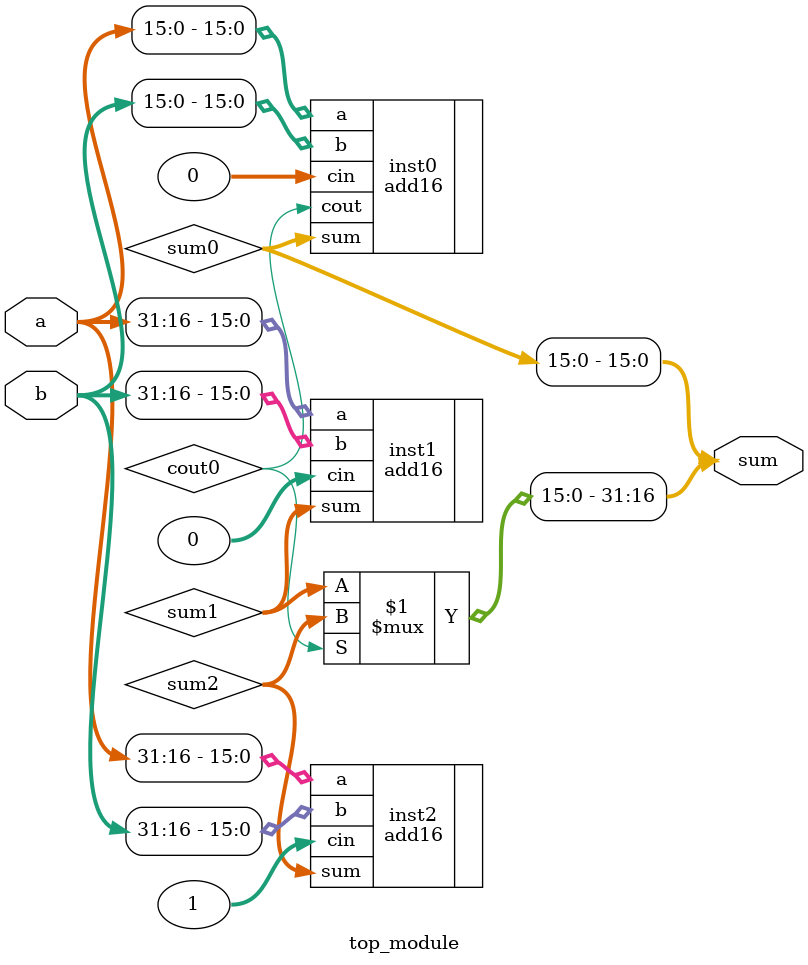
<source format=v>
module top_module(
    input [31:0] a,
    input [31:0] b,
    output [31:0] sum
);
    wire [15:0] sum0;
    wire [15:0] sum1;
    wire [15:0] sum2;
    wire cout0;
    
    add16 inst0( .a(a[ 15:0]), .b(b[ 15:0]), .cin('b0), .sum(sum0), .cout(cout0));
    add16 inst1( .a(a[31:16]), .b(b[31:16]), .cin('b0), .sum(sum1));
    add16 inst2( .a(a[31:16]), .b(b[31:16]), .cin('b1), .sum(sum2));

    assign sum = {{cout0? sum2 : sum1} ,sum0};
endmodule
</source>
